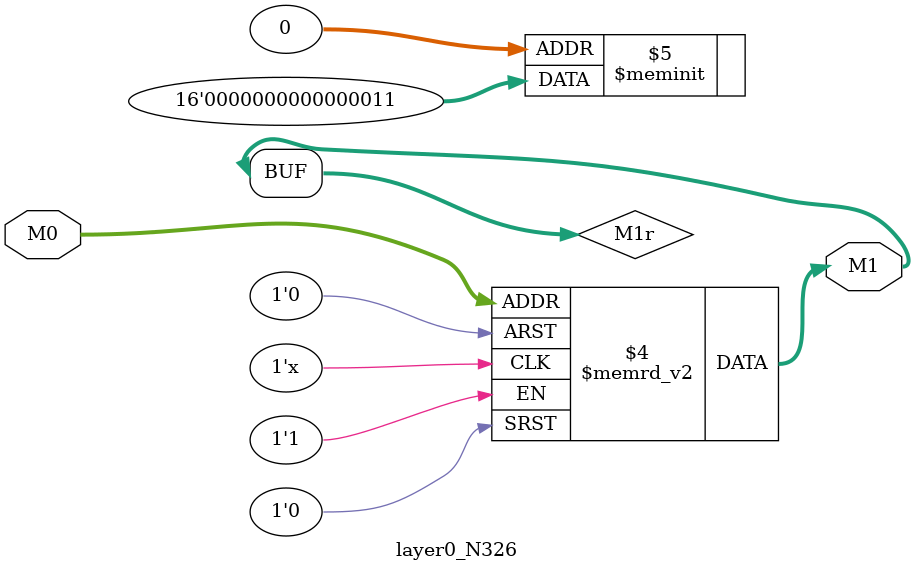
<source format=v>
module layer0_N326 ( input [2:0] M0, output [1:0] M1 );

	(*rom_style = "distributed" *) reg [1:0] M1r;
	assign M1 = M1r;
	always @ (M0) begin
		case (M0)
			3'b000: M1r = 2'b11;
			3'b100: M1r = 2'b00;
			3'b010: M1r = 2'b00;
			3'b110: M1r = 2'b00;
			3'b001: M1r = 2'b00;
			3'b101: M1r = 2'b00;
			3'b011: M1r = 2'b00;
			3'b111: M1r = 2'b00;

		endcase
	end
endmodule

</source>
